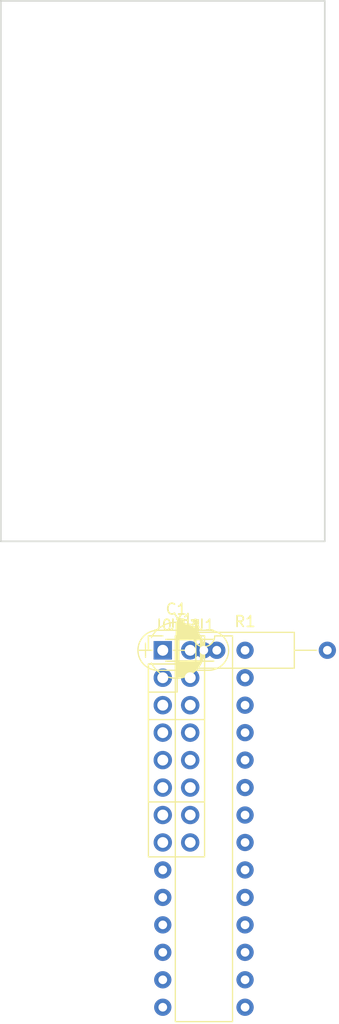
<source format=kicad_pcb>
(kicad_pcb (version 4) (host pcbnew 4.0.7)

  (general
    (links 20)
    (no_connects 14)
    (area 137.084999 96.444999 167.235001 146.595001)
    (thickness 1.6)
    (drawings 4)
    (tracks 0)
    (zones 0)
    (modules 13)
    (nets 9)
  )

  (page A4)
  (layers
    (0 F.Cu signal)
    (31 B.Cu signal)
    (33 F.Adhes user)
    (35 F.Paste user)
    (37 F.SilkS user)
    (39 F.Mask user)
    (40 Dwgs.User user)
    (41 Cmts.User user)
    (42 Eco1.User user)
    (43 Eco2.User user)
    (44 Edge.Cuts user)
    (45 Margin user)
    (47 F.CrtYd user)
    (49 F.Fab user hide)
  )

  (setup
    (last_trace_width 0.25)
    (trace_clearance 0.2)
    (zone_clearance 0.508)
    (zone_45_only yes)
    (trace_min 0.2)
    (segment_width 0.2)
    (edge_width 0.15)
    (via_size 0.6)
    (via_drill 0.4)
    (via_min_size 0.4)
    (via_min_drill 0.3)
    (uvia_size 0.3)
    (uvia_drill 0.1)
    (uvias_allowed no)
    (uvia_min_size 0.2)
    (uvia_min_drill 0.1)
    (pcb_text_width 0.3)
    (pcb_text_size 1.5 1.5)
    (mod_edge_width 0.15)
    (mod_text_size 1 1)
    (mod_text_width 0.15)
    (pad_size 1.524 1.524)
    (pad_drill 0.762)
    (pad_to_mask_clearance 0.2)
    (aux_axis_origin 0 0)
    (grid_origin 137.16 96.52)
    (visible_elements FFFFFF7F)
    (pcbplotparams
      (layerselection 0x00030_80000001)
      (usegerberextensions false)
      (excludeedgelayer true)
      (linewidth 0.100000)
      (plotframeref false)
      (viasonmask false)
      (mode 1)
      (useauxorigin false)
      (hpglpennumber 1)
      (hpglpenspeed 20)
      (hpglpendiameter 15)
      (hpglpenoverlay 2)
      (psnegative false)
      (psa4output false)
      (plotreference true)
      (plotvalue true)
      (plotinvisibletext false)
      (padsonsilk false)
      (subtractmaskfromsilk false)
      (outputformat 1)
      (mirror false)
      (drillshape 1)
      (scaleselection 1)
      (outputdirectory ""))
  )

  (net 0 "")
  (net 1 GND)
  (net 2 +5V)
  (net 3 /D12)
  (net 4 /D13)
  (net 5 /D11)
  (net 6 /RESET)
  (net 7 "Net-(C3-Pad1)")
  (net 8 "Net-(C4-Pad1)")

  (net_class Default 这是默认网络组.
    (clearance 0.2)
    (trace_width 0.25)
    (via_dia 0.6)
    (via_drill 0.4)
    (uvia_dia 0.3)
    (uvia_drill 0.1)
    (add_net +5V)
    (add_net /D11)
    (add_net /D12)
    (add_net /D13)
    (add_net /RESET)
    (add_net GND)
    (add_net "Net-(C3-Pad1)")
    (add_net "Net-(C4-Pad1)")
  )

  (module Capacitors_THT:CP_Radial_D5.0mm_P2.50mm (layer F.Cu) (tedit 597BC7C2) (tstamp 5A100DAE)
    (at 152.16 156.595001)
    (descr "CP, Radial series, Radial, pin pitch=2.50mm, , diameter=5mm, Electrolytic Capacitor")
    (tags "CP Radial series Radial pin pitch 2.50mm  diameter 5mm Electrolytic Capacitor")
    (path /5A0D45DF)
    (fp_text reference C1 (at 1.25 -3.81) (layer F.SilkS)
      (effects (font (size 1 1) (thickness 0.15)))
    )
    (fp_text value 10uF (at 1.25 3.81) (layer F.Fab)
      (effects (font (size 1 1) (thickness 0.15)))
    )
    (fp_arc (start 1.25 0) (end -1.05558 -1.18) (angle 125.8) (layer F.SilkS) (width 0.12))
    (fp_arc (start 1.25 0) (end -1.05558 1.18) (angle -125.8) (layer F.SilkS) (width 0.12))
    (fp_arc (start 1.25 0) (end 3.55558 -1.18) (angle 54.2) (layer F.SilkS) (width 0.12))
    (fp_circle (center 1.25 0) (end 3.75 0) (layer F.Fab) (width 0.1))
    (fp_line (start -2.2 0) (end -1 0) (layer F.Fab) (width 0.1))
    (fp_line (start -1.6 -0.65) (end -1.6 0.65) (layer F.Fab) (width 0.1))
    (fp_line (start 1.25 -2.55) (end 1.25 2.55) (layer F.SilkS) (width 0.12))
    (fp_line (start 1.29 -2.55) (end 1.29 2.55) (layer F.SilkS) (width 0.12))
    (fp_line (start 1.33 -2.549) (end 1.33 2.549) (layer F.SilkS) (width 0.12))
    (fp_line (start 1.37 -2.548) (end 1.37 2.548) (layer F.SilkS) (width 0.12))
    (fp_line (start 1.41 -2.546) (end 1.41 2.546) (layer F.SilkS) (width 0.12))
    (fp_line (start 1.45 -2.543) (end 1.45 2.543) (layer F.SilkS) (width 0.12))
    (fp_line (start 1.49 -2.539) (end 1.49 2.539) (layer F.SilkS) (width 0.12))
    (fp_line (start 1.53 -2.535) (end 1.53 -0.98) (layer F.SilkS) (width 0.12))
    (fp_line (start 1.53 0.98) (end 1.53 2.535) (layer F.SilkS) (width 0.12))
    (fp_line (start 1.57 -2.531) (end 1.57 -0.98) (layer F.SilkS) (width 0.12))
    (fp_line (start 1.57 0.98) (end 1.57 2.531) (layer F.SilkS) (width 0.12))
    (fp_line (start 1.61 -2.525) (end 1.61 -0.98) (layer F.SilkS) (width 0.12))
    (fp_line (start 1.61 0.98) (end 1.61 2.525) (layer F.SilkS) (width 0.12))
    (fp_line (start 1.65 -2.519) (end 1.65 -0.98) (layer F.SilkS) (width 0.12))
    (fp_line (start 1.65 0.98) (end 1.65 2.519) (layer F.SilkS) (width 0.12))
    (fp_line (start 1.69 -2.513) (end 1.69 -0.98) (layer F.SilkS) (width 0.12))
    (fp_line (start 1.69 0.98) (end 1.69 2.513) (layer F.SilkS) (width 0.12))
    (fp_line (start 1.73 -2.506) (end 1.73 -0.98) (layer F.SilkS) (width 0.12))
    (fp_line (start 1.73 0.98) (end 1.73 2.506) (layer F.SilkS) (width 0.12))
    (fp_line (start 1.77 -2.498) (end 1.77 -0.98) (layer F.SilkS) (width 0.12))
    (fp_line (start 1.77 0.98) (end 1.77 2.498) (layer F.SilkS) (width 0.12))
    (fp_line (start 1.81 -2.489) (end 1.81 -0.98) (layer F.SilkS) (width 0.12))
    (fp_line (start 1.81 0.98) (end 1.81 2.489) (layer F.SilkS) (width 0.12))
    (fp_line (start 1.85 -2.48) (end 1.85 -0.98) (layer F.SilkS) (width 0.12))
    (fp_line (start 1.85 0.98) (end 1.85 2.48) (layer F.SilkS) (width 0.12))
    (fp_line (start 1.89 -2.47) (end 1.89 -0.98) (layer F.SilkS) (width 0.12))
    (fp_line (start 1.89 0.98) (end 1.89 2.47) (layer F.SilkS) (width 0.12))
    (fp_line (start 1.93 -2.46) (end 1.93 -0.98) (layer F.SilkS) (width 0.12))
    (fp_line (start 1.93 0.98) (end 1.93 2.46) (layer F.SilkS) (width 0.12))
    (fp_line (start 1.971 -2.448) (end 1.971 -0.98) (layer F.SilkS) (width 0.12))
    (fp_line (start 1.971 0.98) (end 1.971 2.448) (layer F.SilkS) (width 0.12))
    (fp_line (start 2.011 -2.436) (end 2.011 -0.98) (layer F.SilkS) (width 0.12))
    (fp_line (start 2.011 0.98) (end 2.011 2.436) (layer F.SilkS) (width 0.12))
    (fp_line (start 2.051 -2.424) (end 2.051 -0.98) (layer F.SilkS) (width 0.12))
    (fp_line (start 2.051 0.98) (end 2.051 2.424) (layer F.SilkS) (width 0.12))
    (fp_line (start 2.091 -2.41) (end 2.091 -0.98) (layer F.SilkS) (width 0.12))
    (fp_line (start 2.091 0.98) (end 2.091 2.41) (layer F.SilkS) (width 0.12))
    (fp_line (start 2.131 -2.396) (end 2.131 -0.98) (layer F.SilkS) (width 0.12))
    (fp_line (start 2.131 0.98) (end 2.131 2.396) (layer F.SilkS) (width 0.12))
    (fp_line (start 2.171 -2.382) (end 2.171 -0.98) (layer F.SilkS) (width 0.12))
    (fp_line (start 2.171 0.98) (end 2.171 2.382) (layer F.SilkS) (width 0.12))
    (fp_line (start 2.211 -2.366) (end 2.211 -0.98) (layer F.SilkS) (width 0.12))
    (fp_line (start 2.211 0.98) (end 2.211 2.366) (layer F.SilkS) (width 0.12))
    (fp_line (start 2.251 -2.35) (end 2.251 -0.98) (layer F.SilkS) (width 0.12))
    (fp_line (start 2.251 0.98) (end 2.251 2.35) (layer F.SilkS) (width 0.12))
    (fp_line (start 2.291 -2.333) (end 2.291 -0.98) (layer F.SilkS) (width 0.12))
    (fp_line (start 2.291 0.98) (end 2.291 2.333) (layer F.SilkS) (width 0.12))
    (fp_line (start 2.331 -2.315) (end 2.331 -0.98) (layer F.SilkS) (width 0.12))
    (fp_line (start 2.331 0.98) (end 2.331 2.315) (layer F.SilkS) (width 0.12))
    (fp_line (start 2.371 -2.296) (end 2.371 -0.98) (layer F.SilkS) (width 0.12))
    (fp_line (start 2.371 0.98) (end 2.371 2.296) (layer F.SilkS) (width 0.12))
    (fp_line (start 2.411 -2.276) (end 2.411 -0.98) (layer F.SilkS) (width 0.12))
    (fp_line (start 2.411 0.98) (end 2.411 2.276) (layer F.SilkS) (width 0.12))
    (fp_line (start 2.451 -2.256) (end 2.451 -0.98) (layer F.SilkS) (width 0.12))
    (fp_line (start 2.451 0.98) (end 2.451 2.256) (layer F.SilkS) (width 0.12))
    (fp_line (start 2.491 -2.234) (end 2.491 -0.98) (layer F.SilkS) (width 0.12))
    (fp_line (start 2.491 0.98) (end 2.491 2.234) (layer F.SilkS) (width 0.12))
    (fp_line (start 2.531 -2.212) (end 2.531 -0.98) (layer F.SilkS) (width 0.12))
    (fp_line (start 2.531 0.98) (end 2.531 2.212) (layer F.SilkS) (width 0.12))
    (fp_line (start 2.571 -2.189) (end 2.571 -0.98) (layer F.SilkS) (width 0.12))
    (fp_line (start 2.571 0.98) (end 2.571 2.189) (layer F.SilkS) (width 0.12))
    (fp_line (start 2.611 -2.165) (end 2.611 -0.98) (layer F.SilkS) (width 0.12))
    (fp_line (start 2.611 0.98) (end 2.611 2.165) (layer F.SilkS) (width 0.12))
    (fp_line (start 2.651 -2.14) (end 2.651 -0.98) (layer F.SilkS) (width 0.12))
    (fp_line (start 2.651 0.98) (end 2.651 2.14) (layer F.SilkS) (width 0.12))
    (fp_line (start 2.691 -2.113) (end 2.691 -0.98) (layer F.SilkS) (width 0.12))
    (fp_line (start 2.691 0.98) (end 2.691 2.113) (layer F.SilkS) (width 0.12))
    (fp_line (start 2.731 -2.086) (end 2.731 -0.98) (layer F.SilkS) (width 0.12))
    (fp_line (start 2.731 0.98) (end 2.731 2.086) (layer F.SilkS) (width 0.12))
    (fp_line (start 2.771 -2.058) (end 2.771 -0.98) (layer F.SilkS) (width 0.12))
    (fp_line (start 2.771 0.98) (end 2.771 2.058) (layer F.SilkS) (width 0.12))
    (fp_line (start 2.811 -2.028) (end 2.811 -0.98) (layer F.SilkS) (width 0.12))
    (fp_line (start 2.811 0.98) (end 2.811 2.028) (layer F.SilkS) (width 0.12))
    (fp_line (start 2.851 -1.997) (end 2.851 -0.98) (layer F.SilkS) (width 0.12))
    (fp_line (start 2.851 0.98) (end 2.851 1.997) (layer F.SilkS) (width 0.12))
    (fp_line (start 2.891 -1.965) (end 2.891 -0.98) (layer F.SilkS) (width 0.12))
    (fp_line (start 2.891 0.98) (end 2.891 1.965) (layer F.SilkS) (width 0.12))
    (fp_line (start 2.931 -1.932) (end 2.931 -0.98) (layer F.SilkS) (width 0.12))
    (fp_line (start 2.931 0.98) (end 2.931 1.932) (layer F.SilkS) (width 0.12))
    (fp_line (start 2.971 -1.897) (end 2.971 -0.98) (layer F.SilkS) (width 0.12))
    (fp_line (start 2.971 0.98) (end 2.971 1.897) (layer F.SilkS) (width 0.12))
    (fp_line (start 3.011 -1.861) (end 3.011 -0.98) (layer F.SilkS) (width 0.12))
    (fp_line (start 3.011 0.98) (end 3.011 1.861) (layer F.SilkS) (width 0.12))
    (fp_line (start 3.051 -1.823) (end 3.051 -0.98) (layer F.SilkS) (width 0.12))
    (fp_line (start 3.051 0.98) (end 3.051 1.823) (layer F.SilkS) (width 0.12))
    (fp_line (start 3.091 -1.783) (end 3.091 -0.98) (layer F.SilkS) (width 0.12))
    (fp_line (start 3.091 0.98) (end 3.091 1.783) (layer F.SilkS) (width 0.12))
    (fp_line (start 3.131 -1.742) (end 3.131 -0.98) (layer F.SilkS) (width 0.12))
    (fp_line (start 3.131 0.98) (end 3.131 1.742) (layer F.SilkS) (width 0.12))
    (fp_line (start 3.171 -1.699) (end 3.171 -0.98) (layer F.SilkS) (width 0.12))
    (fp_line (start 3.171 0.98) (end 3.171 1.699) (layer F.SilkS) (width 0.12))
    (fp_line (start 3.211 -1.654) (end 3.211 -0.98) (layer F.SilkS) (width 0.12))
    (fp_line (start 3.211 0.98) (end 3.211 1.654) (layer F.SilkS) (width 0.12))
    (fp_line (start 3.251 -1.606) (end 3.251 -0.98) (layer F.SilkS) (width 0.12))
    (fp_line (start 3.251 0.98) (end 3.251 1.606) (layer F.SilkS) (width 0.12))
    (fp_line (start 3.291 -1.556) (end 3.291 -0.98) (layer F.SilkS) (width 0.12))
    (fp_line (start 3.291 0.98) (end 3.291 1.556) (layer F.SilkS) (width 0.12))
    (fp_line (start 3.331 -1.504) (end 3.331 -0.98) (layer F.SilkS) (width 0.12))
    (fp_line (start 3.331 0.98) (end 3.331 1.504) (layer F.SilkS) (width 0.12))
    (fp_line (start 3.371 -1.448) (end 3.371 -0.98) (layer F.SilkS) (width 0.12))
    (fp_line (start 3.371 0.98) (end 3.371 1.448) (layer F.SilkS) (width 0.12))
    (fp_line (start 3.411 -1.39) (end 3.411 -0.98) (layer F.SilkS) (width 0.12))
    (fp_line (start 3.411 0.98) (end 3.411 1.39) (layer F.SilkS) (width 0.12))
    (fp_line (start 3.451 -1.327) (end 3.451 -0.98) (layer F.SilkS) (width 0.12))
    (fp_line (start 3.451 0.98) (end 3.451 1.327) (layer F.SilkS) (width 0.12))
    (fp_line (start 3.491 -1.261) (end 3.491 1.261) (layer F.SilkS) (width 0.12))
    (fp_line (start 3.531 -1.189) (end 3.531 1.189) (layer F.SilkS) (width 0.12))
    (fp_line (start 3.571 -1.112) (end 3.571 1.112) (layer F.SilkS) (width 0.12))
    (fp_line (start 3.611 -1.028) (end 3.611 1.028) (layer F.SilkS) (width 0.12))
    (fp_line (start 3.651 -0.934) (end 3.651 0.934) (layer F.SilkS) (width 0.12))
    (fp_line (start 3.691 -0.829) (end 3.691 0.829) (layer F.SilkS) (width 0.12))
    (fp_line (start 3.731 -0.707) (end 3.731 0.707) (layer F.SilkS) (width 0.12))
    (fp_line (start 3.771 -0.559) (end 3.771 0.559) (layer F.SilkS) (width 0.12))
    (fp_line (start 3.811 -0.354) (end 3.811 0.354) (layer F.SilkS) (width 0.12))
    (fp_line (start -2.2 0) (end -1 0) (layer F.SilkS) (width 0.12))
    (fp_line (start -1.6 -0.65) (end -1.6 0.65) (layer F.SilkS) (width 0.12))
    (fp_line (start -1.6 -2.85) (end -1.6 2.85) (layer F.CrtYd) (width 0.05))
    (fp_line (start -1.6 2.85) (end 4.1 2.85) (layer F.CrtYd) (width 0.05))
    (fp_line (start 4.1 2.85) (end 4.1 -2.85) (layer F.CrtYd) (width 0.05))
    (fp_line (start 4.1 -2.85) (end -1.6 -2.85) (layer F.CrtYd) (width 0.05))
    (fp_text user %R (at 1.25 0) (layer F.Fab)
      (effects (font (size 1 1) (thickness 0.15)))
    )
    (pad 1 thru_hole rect (at 0 0) (size 1.6 1.6) (drill 0.8) (layers *.Cu *.Mask)
      (net 2 +5V))
    (pad 2 thru_hole circle (at 2.5 0) (size 1.6 1.6) (drill 0.8) (layers *.Cu *.Mask)
      (net 1 GND))
    (model ${KISYS3DMOD}/Capacitors_THT.3dshapes/CP_Radial_D5.0mm_P2.50mm.wrl
      (at (xyz 0 0 0))
      (scale (xyz 1 1 1))
      (rotate (xyz 0 0 0))
    )
  )

  (module Capacitors_THT:C_Disc_D4.3mm_W1.9mm_P5.00mm (layer F.Cu) (tedit 597BC7C2) (tstamp 5A100DB4)
    (at 152.16 156.595001)
    (descr "C, Disc series, Radial, pin pitch=5.00mm, , diameter*width=4.3*1.9mm^2, Capacitor, http://www.vishay.com/docs/45233/krseries.pdf")
    (tags "C Disc series Radial pin pitch 5.00mm  diameter 4.3mm width 1.9mm Capacitor")
    (path /5A0D6652)
    (fp_text reference C2 (at 2.5 -2.26) (layer F.SilkS)
      (effects (font (size 1 1) (thickness 0.15)))
    )
    (fp_text value 10pF (at 2.5 2.26) (layer F.Fab)
      (effects (font (size 1 1) (thickness 0.15)))
    )
    (fp_line (start 0.35 -0.95) (end 0.35 0.95) (layer F.Fab) (width 0.1))
    (fp_line (start 0.35 0.95) (end 4.65 0.95) (layer F.Fab) (width 0.1))
    (fp_line (start 4.65 0.95) (end 4.65 -0.95) (layer F.Fab) (width 0.1))
    (fp_line (start 4.65 -0.95) (end 0.35 -0.95) (layer F.Fab) (width 0.1))
    (fp_line (start 0.29 -1.01) (end 4.71 -1.01) (layer F.SilkS) (width 0.12))
    (fp_line (start 0.29 1.01) (end 4.71 1.01) (layer F.SilkS) (width 0.12))
    (fp_line (start 0.29 -1.01) (end 0.29 -0.996) (layer F.SilkS) (width 0.12))
    (fp_line (start 0.29 0.996) (end 0.29 1.01) (layer F.SilkS) (width 0.12))
    (fp_line (start 4.71 -1.01) (end 4.71 -0.996) (layer F.SilkS) (width 0.12))
    (fp_line (start 4.71 0.996) (end 4.71 1.01) (layer F.SilkS) (width 0.12))
    (fp_line (start -1.05 -1.3) (end -1.05 1.3) (layer F.CrtYd) (width 0.05))
    (fp_line (start -1.05 1.3) (end 6.05 1.3) (layer F.CrtYd) (width 0.05))
    (fp_line (start 6.05 1.3) (end 6.05 -1.3) (layer F.CrtYd) (width 0.05))
    (fp_line (start 6.05 -1.3) (end -1.05 -1.3) (layer F.CrtYd) (width 0.05))
    (fp_text user %R (at 2.5 0) (layer F.Fab)
      (effects (font (size 1 1) (thickness 0.15)))
    )
    (pad 1 thru_hole circle (at 0 0) (size 1.6 1.6) (drill 0.8) (layers *.Cu *.Mask)
      (net 2 +5V))
    (pad 2 thru_hole circle (at 5 0) (size 1.6 1.6) (drill 0.8) (layers *.Cu *.Mask)
      (net 1 GND))
    (model ${KISYS3DMOD}/Capacitors_THT.3dshapes/C_Disc_D4.3mm_W1.9mm_P5.00mm.wrl
      (at (xyz 0 0 0))
      (scale (xyz 1 1 1))
      (rotate (xyz 0 0 0))
    )
  )

  (module Capacitors_THT:C_Disc_D4.3mm_W1.9mm_P5.00mm (layer F.Cu) (tedit 597BC7C2) (tstamp 5A100DBA)
    (at 152.16 156.595001)
    (descr "C, Disc series, Radial, pin pitch=5.00mm, , diameter*width=4.3*1.9mm^2, Capacitor, http://www.vishay.com/docs/45233/krseries.pdf")
    (tags "C Disc series Radial pin pitch 5.00mm  diameter 4.3mm width 1.9mm Capacitor")
    (path /5A0D5C96)
    (fp_text reference C3 (at 2.5 -2.26) (layer F.SilkS)
      (effects (font (size 1 1) (thickness 0.15)))
    )
    (fp_text value 22pF (at 2.5 2.26) (layer F.Fab)
      (effects (font (size 1 1) (thickness 0.15)))
    )
    (fp_line (start 0.35 -0.95) (end 0.35 0.95) (layer F.Fab) (width 0.1))
    (fp_line (start 0.35 0.95) (end 4.65 0.95) (layer F.Fab) (width 0.1))
    (fp_line (start 4.65 0.95) (end 4.65 -0.95) (layer F.Fab) (width 0.1))
    (fp_line (start 4.65 -0.95) (end 0.35 -0.95) (layer F.Fab) (width 0.1))
    (fp_line (start 0.29 -1.01) (end 4.71 -1.01) (layer F.SilkS) (width 0.12))
    (fp_line (start 0.29 1.01) (end 4.71 1.01) (layer F.SilkS) (width 0.12))
    (fp_line (start 0.29 -1.01) (end 0.29 -0.996) (layer F.SilkS) (width 0.12))
    (fp_line (start 0.29 0.996) (end 0.29 1.01) (layer F.SilkS) (width 0.12))
    (fp_line (start 4.71 -1.01) (end 4.71 -0.996) (layer F.SilkS) (width 0.12))
    (fp_line (start 4.71 0.996) (end 4.71 1.01) (layer F.SilkS) (width 0.12))
    (fp_line (start -1.05 -1.3) (end -1.05 1.3) (layer F.CrtYd) (width 0.05))
    (fp_line (start -1.05 1.3) (end 6.05 1.3) (layer F.CrtYd) (width 0.05))
    (fp_line (start 6.05 1.3) (end 6.05 -1.3) (layer F.CrtYd) (width 0.05))
    (fp_line (start 6.05 -1.3) (end -1.05 -1.3) (layer F.CrtYd) (width 0.05))
    (fp_text user %R (at 2.5 0) (layer F.Fab)
      (effects (font (size 1 1) (thickness 0.15)))
    )
    (pad 1 thru_hole circle (at 0 0) (size 1.6 1.6) (drill 0.8) (layers *.Cu *.Mask)
      (net 7 "Net-(C3-Pad1)"))
    (pad 2 thru_hole circle (at 5 0) (size 1.6 1.6) (drill 0.8) (layers *.Cu *.Mask)
      (net 1 GND))
    (model ${KISYS3DMOD}/Capacitors_THT.3dshapes/C_Disc_D4.3mm_W1.9mm_P5.00mm.wrl
      (at (xyz 0 0 0))
      (scale (xyz 1 1 1))
      (rotate (xyz 0 0 0))
    )
  )

  (module Capacitors_THT:C_Disc_D4.3mm_W1.9mm_P5.00mm (layer F.Cu) (tedit 597BC7C2) (tstamp 5A100DC0)
    (at 152.16 156.595001)
    (descr "C, Disc series, Radial, pin pitch=5.00mm, , diameter*width=4.3*1.9mm^2, Capacitor, http://www.vishay.com/docs/45233/krseries.pdf")
    (tags "C Disc series Radial pin pitch 5.00mm  diameter 4.3mm width 1.9mm Capacitor")
    (path /5A0D5CE8)
    (fp_text reference C4 (at 2.5 -2.26) (layer F.SilkS)
      (effects (font (size 1 1) (thickness 0.15)))
    )
    (fp_text value 22pF (at 2.5 2.26) (layer F.Fab)
      (effects (font (size 1 1) (thickness 0.15)))
    )
    (fp_line (start 0.35 -0.95) (end 0.35 0.95) (layer F.Fab) (width 0.1))
    (fp_line (start 0.35 0.95) (end 4.65 0.95) (layer F.Fab) (width 0.1))
    (fp_line (start 4.65 0.95) (end 4.65 -0.95) (layer F.Fab) (width 0.1))
    (fp_line (start 4.65 -0.95) (end 0.35 -0.95) (layer F.Fab) (width 0.1))
    (fp_line (start 0.29 -1.01) (end 4.71 -1.01) (layer F.SilkS) (width 0.12))
    (fp_line (start 0.29 1.01) (end 4.71 1.01) (layer F.SilkS) (width 0.12))
    (fp_line (start 0.29 -1.01) (end 0.29 -0.996) (layer F.SilkS) (width 0.12))
    (fp_line (start 0.29 0.996) (end 0.29 1.01) (layer F.SilkS) (width 0.12))
    (fp_line (start 4.71 -1.01) (end 4.71 -0.996) (layer F.SilkS) (width 0.12))
    (fp_line (start 4.71 0.996) (end 4.71 1.01) (layer F.SilkS) (width 0.12))
    (fp_line (start -1.05 -1.3) (end -1.05 1.3) (layer F.CrtYd) (width 0.05))
    (fp_line (start -1.05 1.3) (end 6.05 1.3) (layer F.CrtYd) (width 0.05))
    (fp_line (start 6.05 1.3) (end 6.05 -1.3) (layer F.CrtYd) (width 0.05))
    (fp_line (start 6.05 -1.3) (end -1.05 -1.3) (layer F.CrtYd) (width 0.05))
    (fp_text user %R (at 2.5 0) (layer F.Fab)
      (effects (font (size 1 1) (thickness 0.15)))
    )
    (pad 1 thru_hole circle (at 0 0) (size 1.6 1.6) (drill 0.8) (layers *.Cu *.Mask)
      (net 8 "Net-(C4-Pad1)"))
    (pad 2 thru_hole circle (at 5 0) (size 1.6 1.6) (drill 0.8) (layers *.Cu *.Mask)
      (net 1 GND))
    (model ${KISYS3DMOD}/Capacitors_THT.3dshapes/C_Disc_D4.3mm_W1.9mm_P5.00mm.wrl
      (at (xyz 0 0 0))
      (scale (xyz 1 1 1))
      (rotate (xyz 0 0 0))
    )
  )

  (module Pin_Headers:Pin_Header_Straight_1x02_Pitch2.54mm (layer F.Cu) (tedit 59650532) (tstamp 5A100DC6)
    (at 152.16 156.595001)
    (descr "Through hole straight pin header, 1x02, 2.54mm pitch, single row")
    (tags "Through hole pin header THT 1x02 2.54mm single row")
    (path /5A0FCD32)
    (fp_text reference J0 (at 0 -2.33) (layer F.SilkS)
      (effects (font (size 1 1) (thickness 0.15)))
    )
    (fp_text value Conn_01x02 (at 0 4.87) (layer F.Fab)
      (effects (font (size 1 1) (thickness 0.15)))
    )
    (fp_line (start -0.635 -1.27) (end 1.27 -1.27) (layer F.Fab) (width 0.1))
    (fp_line (start 1.27 -1.27) (end 1.27 3.81) (layer F.Fab) (width 0.1))
    (fp_line (start 1.27 3.81) (end -1.27 3.81) (layer F.Fab) (width 0.1))
    (fp_line (start -1.27 3.81) (end -1.27 -0.635) (layer F.Fab) (width 0.1))
    (fp_line (start -1.27 -0.635) (end -0.635 -1.27) (layer F.Fab) (width 0.1))
    (fp_line (start -1.33 3.87) (end 1.33 3.87) (layer F.SilkS) (width 0.12))
    (fp_line (start -1.33 1.27) (end -1.33 3.87) (layer F.SilkS) (width 0.12))
    (fp_line (start 1.33 1.27) (end 1.33 3.87) (layer F.SilkS) (width 0.12))
    (fp_line (start -1.33 1.27) (end 1.33 1.27) (layer F.SilkS) (width 0.12))
    (fp_line (start -1.33 0) (end -1.33 -1.33) (layer F.SilkS) (width 0.12))
    (fp_line (start -1.33 -1.33) (end 0 -1.33) (layer F.SilkS) (width 0.12))
    (fp_line (start -1.8 -1.8) (end -1.8 4.35) (layer F.CrtYd) (width 0.05))
    (fp_line (start -1.8 4.35) (end 1.8 4.35) (layer F.CrtYd) (width 0.05))
    (fp_line (start 1.8 4.35) (end 1.8 -1.8) (layer F.CrtYd) (width 0.05))
    (fp_line (start 1.8 -1.8) (end -1.8 -1.8) (layer F.CrtYd) (width 0.05))
    (fp_text user %R (at 0 1.27 90) (layer F.Fab)
      (effects (font (size 1 1) (thickness 0.15)))
    )
    (pad 1 thru_hole rect (at 0 0) (size 1.7 1.7) (drill 1) (layers *.Cu *.Mask)
      (net 2 +5V))
    (pad 2 thru_hole oval (at 0 2.54) (size 1.7 1.7) (drill 1) (layers *.Cu *.Mask)
      (net 1 GND))
    (model ${KISYS3DMOD}/Pin_Headers.3dshapes/Pin_Header_Straight_1x02_Pitch2.54mm.wrl
      (at (xyz 0 0 0))
      (scale (xyz 1 1 1))
      (rotate (xyz 0 0 0))
    )
  )

  (module Pin_Headers:Pin_Header_Straight_2x03_Pitch2.54mm (layer F.Cu) (tedit 59650532) (tstamp 5A100DD0)
    (at 152.16 156.595001)
    (descr "Through hole straight pin header, 2x03, 2.54mm pitch, double rows")
    (tags "Through hole pin header THT 2x03 2.54mm double row")
    (path /5A0D5936)
    (fp_text reference J1 (at 1.27 -2.33) (layer F.SilkS)
      (effects (font (size 1 1) (thickness 0.15)))
    )
    (fp_text value ISP (at 1.27 7.41) (layer F.Fab)
      (effects (font (size 1 1) (thickness 0.15)))
    )
    (fp_line (start 0 -1.27) (end 3.81 -1.27) (layer F.Fab) (width 0.1))
    (fp_line (start 3.81 -1.27) (end 3.81 6.35) (layer F.Fab) (width 0.1))
    (fp_line (start 3.81 6.35) (end -1.27 6.35) (layer F.Fab) (width 0.1))
    (fp_line (start -1.27 6.35) (end -1.27 0) (layer F.Fab) (width 0.1))
    (fp_line (start -1.27 0) (end 0 -1.27) (layer F.Fab) (width 0.1))
    (fp_line (start -1.33 6.41) (end 3.87 6.41) (layer F.SilkS) (width 0.12))
    (fp_line (start -1.33 1.27) (end -1.33 6.41) (layer F.SilkS) (width 0.12))
    (fp_line (start 3.87 -1.33) (end 3.87 6.41) (layer F.SilkS) (width 0.12))
    (fp_line (start -1.33 1.27) (end 1.27 1.27) (layer F.SilkS) (width 0.12))
    (fp_line (start 1.27 1.27) (end 1.27 -1.33) (layer F.SilkS) (width 0.12))
    (fp_line (start 1.27 -1.33) (end 3.87 -1.33) (layer F.SilkS) (width 0.12))
    (fp_line (start -1.33 0) (end -1.33 -1.33) (layer F.SilkS) (width 0.12))
    (fp_line (start -1.33 -1.33) (end 0 -1.33) (layer F.SilkS) (width 0.12))
    (fp_line (start -1.8 -1.8) (end -1.8 6.85) (layer F.CrtYd) (width 0.05))
    (fp_line (start -1.8 6.85) (end 4.35 6.85) (layer F.CrtYd) (width 0.05))
    (fp_line (start 4.35 6.85) (end 4.35 -1.8) (layer F.CrtYd) (width 0.05))
    (fp_line (start 4.35 -1.8) (end -1.8 -1.8) (layer F.CrtYd) (width 0.05))
    (fp_text user %R (at 1.27 2.54 90) (layer F.Fab)
      (effects (font (size 1 1) (thickness 0.15)))
    )
    (pad 1 thru_hole rect (at 0 0) (size 1.7 1.7) (drill 1) (layers *.Cu *.Mask)
      (net 3 /D12))
    (pad 2 thru_hole oval (at 2.54 0) (size 1.7 1.7) (drill 1) (layers *.Cu *.Mask)
      (net 2 +5V))
    (pad 3 thru_hole oval (at 0 2.54) (size 1.7 1.7) (drill 1) (layers *.Cu *.Mask)
      (net 4 /D13))
    (pad 4 thru_hole oval (at 2.54 2.54) (size 1.7 1.7) (drill 1) (layers *.Cu *.Mask)
      (net 5 /D11))
    (pad 5 thru_hole oval (at 0 5.08) (size 1.7 1.7) (drill 1) (layers *.Cu *.Mask)
      (net 6 /RESET))
    (pad 6 thru_hole oval (at 2.54 5.08) (size 1.7 1.7) (drill 1) (layers *.Cu *.Mask)
      (net 1 GND))
    (model ${KISYS3DMOD}/Pin_Headers.3dshapes/Pin_Header_Straight_2x03_Pitch2.54mm.wrl
      (at (xyz 0 0 0))
      (scale (xyz 1 1 1))
      (rotate (xyz 0 0 0))
    )
  )

  (module Pin_Headers:Pin_Header_Straight_2x03_Pitch2.54mm (layer F.Cu) (tedit 59650532) (tstamp 5A100DDA)
    (at 152.16 156.595001)
    (descr "Through hole straight pin header, 2x03, 2.54mm pitch, double rows")
    (tags "Through hole pin header THT 2x03 2.54mm double row")
    (path /5A0FBE6D)
    (fp_text reference J2 (at 1.27 -2.33) (layer F.SilkS)
      (effects (font (size 1 1) (thickness 0.15)))
    )
    (fp_text value ANA (at 1.27 7.41) (layer F.Fab)
      (effects (font (size 1 1) (thickness 0.15)))
    )
    (fp_line (start 0 -1.27) (end 3.81 -1.27) (layer F.Fab) (width 0.1))
    (fp_line (start 3.81 -1.27) (end 3.81 6.35) (layer F.Fab) (width 0.1))
    (fp_line (start 3.81 6.35) (end -1.27 6.35) (layer F.Fab) (width 0.1))
    (fp_line (start -1.27 6.35) (end -1.27 0) (layer F.Fab) (width 0.1))
    (fp_line (start -1.27 0) (end 0 -1.27) (layer F.Fab) (width 0.1))
    (fp_line (start -1.33 6.41) (end 3.87 6.41) (layer F.SilkS) (width 0.12))
    (fp_line (start -1.33 1.27) (end -1.33 6.41) (layer F.SilkS) (width 0.12))
    (fp_line (start 3.87 -1.33) (end 3.87 6.41) (layer F.SilkS) (width 0.12))
    (fp_line (start -1.33 1.27) (end 1.27 1.27) (layer F.SilkS) (width 0.12))
    (fp_line (start 1.27 1.27) (end 1.27 -1.33) (layer F.SilkS) (width 0.12))
    (fp_line (start 1.27 -1.33) (end 3.87 -1.33) (layer F.SilkS) (width 0.12))
    (fp_line (start -1.33 0) (end -1.33 -1.33) (layer F.SilkS) (width 0.12))
    (fp_line (start -1.33 -1.33) (end 0 -1.33) (layer F.SilkS) (width 0.12))
    (fp_line (start -1.8 -1.8) (end -1.8 6.85) (layer F.CrtYd) (width 0.05))
    (fp_line (start -1.8 6.85) (end 4.35 6.85) (layer F.CrtYd) (width 0.05))
    (fp_line (start 4.35 6.85) (end 4.35 -1.8) (layer F.CrtYd) (width 0.05))
    (fp_line (start 4.35 -1.8) (end -1.8 -1.8) (layer F.CrtYd) (width 0.05))
    (fp_text user %R (at 1.27 2.54 90) (layer F.Fab)
      (effects (font (size 1 1) (thickness 0.15)))
    )
    (pad 1 thru_hole rect (at 0 0) (size 1.7 1.7) (drill 1) (layers *.Cu *.Mask))
    (pad 2 thru_hole oval (at 2.54 0) (size 1.7 1.7) (drill 1) (layers *.Cu *.Mask))
    (pad 3 thru_hole oval (at 0 2.54) (size 1.7 1.7) (drill 1) (layers *.Cu *.Mask))
    (pad 4 thru_hole oval (at 2.54 2.54) (size 1.7 1.7) (drill 1) (layers *.Cu *.Mask))
    (pad 5 thru_hole oval (at 0 5.08) (size 1.7 1.7) (drill 1) (layers *.Cu *.Mask))
    (pad 6 thru_hole oval (at 2.54 5.08) (size 1.7 1.7) (drill 1) (layers *.Cu *.Mask))
    (model ${KISYS3DMOD}/Pin_Headers.3dshapes/Pin_Header_Straight_2x03_Pitch2.54mm.wrl
      (at (xyz 0 0 0))
      (scale (xyz 1 1 1))
      (rotate (xyz 0 0 0))
    )
  )

  (module Pin_Headers:Pin_Header_Straight_2x06_Pitch2.54mm (layer F.Cu) (tedit 59650532) (tstamp 5A100DEA)
    (at 152.16 156.595001)
    (descr "Through hole straight pin header, 2x06, 2.54mm pitch, double rows")
    (tags "Through hole pin header THT 2x06 2.54mm double row")
    (path /5A0FD509)
    (fp_text reference J3 (at 1.27 -2.33) (layer F.SilkS)
      (effects (font (size 1 1) (thickness 0.15)))
    )
    (fp_text value D8-13 (at 1.27 15.03) (layer F.Fab)
      (effects (font (size 1 1) (thickness 0.15)))
    )
    (fp_line (start 0 -1.27) (end 3.81 -1.27) (layer F.Fab) (width 0.1))
    (fp_line (start 3.81 -1.27) (end 3.81 13.97) (layer F.Fab) (width 0.1))
    (fp_line (start 3.81 13.97) (end -1.27 13.97) (layer F.Fab) (width 0.1))
    (fp_line (start -1.27 13.97) (end -1.27 0) (layer F.Fab) (width 0.1))
    (fp_line (start -1.27 0) (end 0 -1.27) (layer F.Fab) (width 0.1))
    (fp_line (start -1.33 14.03) (end 3.87 14.03) (layer F.SilkS) (width 0.12))
    (fp_line (start -1.33 1.27) (end -1.33 14.03) (layer F.SilkS) (width 0.12))
    (fp_line (start 3.87 -1.33) (end 3.87 14.03) (layer F.SilkS) (width 0.12))
    (fp_line (start -1.33 1.27) (end 1.27 1.27) (layer F.SilkS) (width 0.12))
    (fp_line (start 1.27 1.27) (end 1.27 -1.33) (layer F.SilkS) (width 0.12))
    (fp_line (start 1.27 -1.33) (end 3.87 -1.33) (layer F.SilkS) (width 0.12))
    (fp_line (start -1.33 0) (end -1.33 -1.33) (layer F.SilkS) (width 0.12))
    (fp_line (start -1.33 -1.33) (end 0 -1.33) (layer F.SilkS) (width 0.12))
    (fp_line (start -1.8 -1.8) (end -1.8 14.5) (layer F.CrtYd) (width 0.05))
    (fp_line (start -1.8 14.5) (end 4.35 14.5) (layer F.CrtYd) (width 0.05))
    (fp_line (start 4.35 14.5) (end 4.35 -1.8) (layer F.CrtYd) (width 0.05))
    (fp_line (start 4.35 -1.8) (end -1.8 -1.8) (layer F.CrtYd) (width 0.05))
    (fp_text user %R (at 1.27 6.35 90) (layer F.Fab)
      (effects (font (size 1 1) (thickness 0.15)))
    )
    (pad 1 thru_hole rect (at 0 0) (size 1.7 1.7) (drill 1) (layers *.Cu *.Mask))
    (pad 2 thru_hole oval (at 2.54 0) (size 1.7 1.7) (drill 1) (layers *.Cu *.Mask))
    (pad 3 thru_hole oval (at 0 2.54) (size 1.7 1.7) (drill 1) (layers *.Cu *.Mask))
    (pad 4 thru_hole oval (at 2.54 2.54) (size 1.7 1.7) (drill 1) (layers *.Cu *.Mask))
    (pad 5 thru_hole oval (at 0 5.08) (size 1.7 1.7) (drill 1) (layers *.Cu *.Mask))
    (pad 6 thru_hole oval (at 2.54 5.08) (size 1.7 1.7) (drill 1) (layers *.Cu *.Mask))
    (pad 7 thru_hole oval (at 0 7.62) (size 1.7 1.7) (drill 1) (layers *.Cu *.Mask))
    (pad 8 thru_hole oval (at 2.54 7.62) (size 1.7 1.7) (drill 1) (layers *.Cu *.Mask))
    (pad 9 thru_hole oval (at 0 10.16) (size 1.7 1.7) (drill 1) (layers *.Cu *.Mask))
    (pad 10 thru_hole oval (at 2.54 10.16) (size 1.7 1.7) (drill 1) (layers *.Cu *.Mask))
    (pad 11 thru_hole oval (at 0 12.7) (size 1.7 1.7) (drill 1) (layers *.Cu *.Mask))
    (pad 12 thru_hole oval (at 2.54 12.7) (size 1.7 1.7) (drill 1) (layers *.Cu *.Mask))
    (model ${KISYS3DMOD}/Pin_Headers.3dshapes/Pin_Header_Straight_2x06_Pitch2.54mm.wrl
      (at (xyz 0 0 0))
      (scale (xyz 1 1 1))
      (rotate (xyz 0 0 0))
    )
  )

  (module Pin_Headers:Pin_Header_Straight_2x06_Pitch2.54mm (layer F.Cu) (tedit 59650532) (tstamp 5A100DFA)
    (at 152.16 156.595001)
    (descr "Through hole straight pin header, 2x06, 2.54mm pitch, double rows")
    (tags "Through hole pin header THT 2x06 2.54mm double row")
    (path /5A0FD558)
    (fp_text reference J4 (at 1.27 -2.33) (layer F.SilkS)
      (effects (font (size 1 1) (thickness 0.15)))
    )
    (fp_text value A0-5 (at 1.27 15.03) (layer F.Fab)
      (effects (font (size 1 1) (thickness 0.15)))
    )
    (fp_line (start 0 -1.27) (end 3.81 -1.27) (layer F.Fab) (width 0.1))
    (fp_line (start 3.81 -1.27) (end 3.81 13.97) (layer F.Fab) (width 0.1))
    (fp_line (start 3.81 13.97) (end -1.27 13.97) (layer F.Fab) (width 0.1))
    (fp_line (start -1.27 13.97) (end -1.27 0) (layer F.Fab) (width 0.1))
    (fp_line (start -1.27 0) (end 0 -1.27) (layer F.Fab) (width 0.1))
    (fp_line (start -1.33 14.03) (end 3.87 14.03) (layer F.SilkS) (width 0.12))
    (fp_line (start -1.33 1.27) (end -1.33 14.03) (layer F.SilkS) (width 0.12))
    (fp_line (start 3.87 -1.33) (end 3.87 14.03) (layer F.SilkS) (width 0.12))
    (fp_line (start -1.33 1.27) (end 1.27 1.27) (layer F.SilkS) (width 0.12))
    (fp_line (start 1.27 1.27) (end 1.27 -1.33) (layer F.SilkS) (width 0.12))
    (fp_line (start 1.27 -1.33) (end 3.87 -1.33) (layer F.SilkS) (width 0.12))
    (fp_line (start -1.33 0) (end -1.33 -1.33) (layer F.SilkS) (width 0.12))
    (fp_line (start -1.33 -1.33) (end 0 -1.33) (layer F.SilkS) (width 0.12))
    (fp_line (start -1.8 -1.8) (end -1.8 14.5) (layer F.CrtYd) (width 0.05))
    (fp_line (start -1.8 14.5) (end 4.35 14.5) (layer F.CrtYd) (width 0.05))
    (fp_line (start 4.35 14.5) (end 4.35 -1.8) (layer F.CrtYd) (width 0.05))
    (fp_line (start 4.35 -1.8) (end -1.8 -1.8) (layer F.CrtYd) (width 0.05))
    (fp_text user %R (at 1.27 6.35 90) (layer F.Fab)
      (effects (font (size 1 1) (thickness 0.15)))
    )
    (pad 1 thru_hole rect (at 0 0) (size 1.7 1.7) (drill 1) (layers *.Cu *.Mask))
    (pad 2 thru_hole oval (at 2.54 0) (size 1.7 1.7) (drill 1) (layers *.Cu *.Mask))
    (pad 3 thru_hole oval (at 0 2.54) (size 1.7 1.7) (drill 1) (layers *.Cu *.Mask))
    (pad 4 thru_hole oval (at 2.54 2.54) (size 1.7 1.7) (drill 1) (layers *.Cu *.Mask))
    (pad 5 thru_hole oval (at 0 5.08) (size 1.7 1.7) (drill 1) (layers *.Cu *.Mask))
    (pad 6 thru_hole oval (at 2.54 5.08) (size 1.7 1.7) (drill 1) (layers *.Cu *.Mask))
    (pad 7 thru_hole oval (at 0 7.62) (size 1.7 1.7) (drill 1) (layers *.Cu *.Mask))
    (pad 8 thru_hole oval (at 2.54 7.62) (size 1.7 1.7) (drill 1) (layers *.Cu *.Mask))
    (pad 9 thru_hole oval (at 0 10.16) (size 1.7 1.7) (drill 1) (layers *.Cu *.Mask))
    (pad 10 thru_hole oval (at 2.54 10.16) (size 1.7 1.7) (drill 1) (layers *.Cu *.Mask))
    (pad 11 thru_hole oval (at 0 12.7) (size 1.7 1.7) (drill 1) (layers *.Cu *.Mask))
    (pad 12 thru_hole oval (at 2.54 12.7) (size 1.7 1.7) (drill 1) (layers *.Cu *.Mask))
    (model ${KISYS3DMOD}/Pin_Headers.3dshapes/Pin_Header_Straight_2x06_Pitch2.54mm.wrl
      (at (xyz 0 0 0))
      (scale (xyz 1 1 1))
      (rotate (xyz 0 0 0))
    )
  )

  (module Pin_Headers:Pin_Header_Straight_2x08_Pitch2.54mm (layer F.Cu) (tedit 59650532) (tstamp 5A100E0E)
    (at 152.16 156.595001)
    (descr "Through hole straight pin header, 2x08, 2.54mm pitch, double rows")
    (tags "Through hole pin header THT 2x08 2.54mm double row")
    (path /5A0FD45F)
    (fp_text reference J5 (at 1.27 -2.33) (layer F.SilkS)
      (effects (font (size 1 1) (thickness 0.15)))
    )
    (fp_text value D0-7 (at 1.27 20.11) (layer F.Fab)
      (effects (font (size 1 1) (thickness 0.15)))
    )
    (fp_line (start 0 -1.27) (end 3.81 -1.27) (layer F.Fab) (width 0.1))
    (fp_line (start 3.81 -1.27) (end 3.81 19.05) (layer F.Fab) (width 0.1))
    (fp_line (start 3.81 19.05) (end -1.27 19.05) (layer F.Fab) (width 0.1))
    (fp_line (start -1.27 19.05) (end -1.27 0) (layer F.Fab) (width 0.1))
    (fp_line (start -1.27 0) (end 0 -1.27) (layer F.Fab) (width 0.1))
    (fp_line (start -1.33 19.11) (end 3.87 19.11) (layer F.SilkS) (width 0.12))
    (fp_line (start -1.33 1.27) (end -1.33 19.11) (layer F.SilkS) (width 0.12))
    (fp_line (start 3.87 -1.33) (end 3.87 19.11) (layer F.SilkS) (width 0.12))
    (fp_line (start -1.33 1.27) (end 1.27 1.27) (layer F.SilkS) (width 0.12))
    (fp_line (start 1.27 1.27) (end 1.27 -1.33) (layer F.SilkS) (width 0.12))
    (fp_line (start 1.27 -1.33) (end 3.87 -1.33) (layer F.SilkS) (width 0.12))
    (fp_line (start -1.33 0) (end -1.33 -1.33) (layer F.SilkS) (width 0.12))
    (fp_line (start -1.33 -1.33) (end 0 -1.33) (layer F.SilkS) (width 0.12))
    (fp_line (start -1.8 -1.8) (end -1.8 19.55) (layer F.CrtYd) (width 0.05))
    (fp_line (start -1.8 19.55) (end 4.35 19.55) (layer F.CrtYd) (width 0.05))
    (fp_line (start 4.35 19.55) (end 4.35 -1.8) (layer F.CrtYd) (width 0.05))
    (fp_line (start 4.35 -1.8) (end -1.8 -1.8) (layer F.CrtYd) (width 0.05))
    (fp_text user %R (at 1.27 8.89 90) (layer F.Fab)
      (effects (font (size 1 1) (thickness 0.15)))
    )
    (pad 1 thru_hole rect (at 0 0) (size 1.7 1.7) (drill 1) (layers *.Cu *.Mask))
    (pad 2 thru_hole oval (at 2.54 0) (size 1.7 1.7) (drill 1) (layers *.Cu *.Mask))
    (pad 3 thru_hole oval (at 0 2.54) (size 1.7 1.7) (drill 1) (layers *.Cu *.Mask))
    (pad 4 thru_hole oval (at 2.54 2.54) (size 1.7 1.7) (drill 1) (layers *.Cu *.Mask))
    (pad 5 thru_hole oval (at 0 5.08) (size 1.7 1.7) (drill 1) (layers *.Cu *.Mask))
    (pad 6 thru_hole oval (at 2.54 5.08) (size 1.7 1.7) (drill 1) (layers *.Cu *.Mask))
    (pad 7 thru_hole oval (at 0 7.62) (size 1.7 1.7) (drill 1) (layers *.Cu *.Mask))
    (pad 8 thru_hole oval (at 2.54 7.62) (size 1.7 1.7) (drill 1) (layers *.Cu *.Mask))
    (pad 9 thru_hole oval (at 0 10.16) (size 1.7 1.7) (drill 1) (layers *.Cu *.Mask))
    (pad 10 thru_hole oval (at 2.54 10.16) (size 1.7 1.7) (drill 1) (layers *.Cu *.Mask))
    (pad 11 thru_hole oval (at 0 12.7) (size 1.7 1.7) (drill 1) (layers *.Cu *.Mask))
    (pad 12 thru_hole oval (at 2.54 12.7) (size 1.7 1.7) (drill 1) (layers *.Cu *.Mask))
    (pad 13 thru_hole oval (at 0 15.24) (size 1.7 1.7) (drill 1) (layers *.Cu *.Mask))
    (pad 14 thru_hole oval (at 2.54 15.24) (size 1.7 1.7) (drill 1) (layers *.Cu *.Mask))
    (pad 15 thru_hole oval (at 0 17.78) (size 1.7 1.7) (drill 1) (layers *.Cu *.Mask))
    (pad 16 thru_hole oval (at 2.54 17.78) (size 1.7 1.7) (drill 1) (layers *.Cu *.Mask))
    (model ${KISYS3DMOD}/Pin_Headers.3dshapes/Pin_Header_Straight_2x08_Pitch2.54mm.wrl
      (at (xyz 0 0 0))
      (scale (xyz 1 1 1))
      (rotate (xyz 0 0 0))
    )
  )

  (module Resistors_THT:R_Axial_DIN0309_L9.0mm_D3.2mm_P15.24mm_Horizontal (layer F.Cu) (tedit 5874F706) (tstamp 5A100E14)
    (at 152.16 156.595001)
    (descr "Resistor, Axial_DIN0309 series, Axial, Horizontal, pin pitch=15.24mm, 0.5W = 1/2W, length*diameter=9*3.2mm^2, http://cdn-reichelt.de/documents/datenblatt/B400/1_4W%23YAG.pdf")
    (tags "Resistor Axial_DIN0309 series Axial Horizontal pin pitch 15.24mm 0.5W = 1/2W length 9mm diameter 3.2mm")
    (path /5A0D46CB)
    (fp_text reference R1 (at 7.62 -2.66) (layer F.SilkS)
      (effects (font (size 1 1) (thickness 0.15)))
    )
    (fp_text value 10k (at 7.62 2.66) (layer F.Fab)
      (effects (font (size 1 1) (thickness 0.15)))
    )
    (fp_line (start 3.12 -1.6) (end 3.12 1.6) (layer F.Fab) (width 0.1))
    (fp_line (start 3.12 1.6) (end 12.12 1.6) (layer F.Fab) (width 0.1))
    (fp_line (start 12.12 1.6) (end 12.12 -1.6) (layer F.Fab) (width 0.1))
    (fp_line (start 12.12 -1.6) (end 3.12 -1.6) (layer F.Fab) (width 0.1))
    (fp_line (start 0 0) (end 3.12 0) (layer F.Fab) (width 0.1))
    (fp_line (start 15.24 0) (end 12.12 0) (layer F.Fab) (width 0.1))
    (fp_line (start 3.06 -1.66) (end 3.06 1.66) (layer F.SilkS) (width 0.12))
    (fp_line (start 3.06 1.66) (end 12.18 1.66) (layer F.SilkS) (width 0.12))
    (fp_line (start 12.18 1.66) (end 12.18 -1.66) (layer F.SilkS) (width 0.12))
    (fp_line (start 12.18 -1.66) (end 3.06 -1.66) (layer F.SilkS) (width 0.12))
    (fp_line (start 0.98 0) (end 3.06 0) (layer F.SilkS) (width 0.12))
    (fp_line (start 14.26 0) (end 12.18 0) (layer F.SilkS) (width 0.12))
    (fp_line (start -1.05 -1.95) (end -1.05 1.95) (layer F.CrtYd) (width 0.05))
    (fp_line (start -1.05 1.95) (end 16.3 1.95) (layer F.CrtYd) (width 0.05))
    (fp_line (start 16.3 1.95) (end 16.3 -1.95) (layer F.CrtYd) (width 0.05))
    (fp_line (start 16.3 -1.95) (end -1.05 -1.95) (layer F.CrtYd) (width 0.05))
    (pad 1 thru_hole circle (at 0 0) (size 1.6 1.6) (drill 0.8) (layers *.Cu *.Mask)
      (net 2 +5V))
    (pad 2 thru_hole oval (at 15.24 0) (size 1.6 1.6) (drill 0.8) (layers *.Cu *.Mask)
      (net 6 /RESET))
    (model ${KISYS3DMOD}/Resistors_THT.3dshapes/R_Axial_DIN0309_L9.0mm_D3.2mm_P15.24mm_Horizontal.wrl
      (at (xyz 0 0 0))
      (scale (xyz 0.393701 0.393701 0.393701))
      (rotate (xyz 0 0 0))
    )
  )

  (module Housings_DIP:DIP-28_W7.62mm (layer F.Cu) (tedit 59C78D6B) (tstamp 5A100E34)
    (at 152.16 156.595001)
    (descr "28-lead though-hole mounted DIP package, row spacing 7.62 mm (300 mils)")
    (tags "THT DIP DIL PDIP 2.54mm 7.62mm 300mil")
    (path /5A0D4346)
    (fp_text reference U1 (at 3.81 -2.33) (layer F.SilkS)
      (effects (font (size 1 1) (thickness 0.15)))
    )
    (fp_text value ATMEGA8L-8PU (at 3.81 35.35) (layer F.Fab)
      (effects (font (size 1 1) (thickness 0.15)))
    )
    (fp_arc (start 3.81 -1.33) (end 2.81 -1.33) (angle -180) (layer F.SilkS) (width 0.12))
    (fp_line (start 1.635 -1.27) (end 6.985 -1.27) (layer F.Fab) (width 0.1))
    (fp_line (start 6.985 -1.27) (end 6.985 34.29) (layer F.Fab) (width 0.1))
    (fp_line (start 6.985 34.29) (end 0.635 34.29) (layer F.Fab) (width 0.1))
    (fp_line (start 0.635 34.29) (end 0.635 -0.27) (layer F.Fab) (width 0.1))
    (fp_line (start 0.635 -0.27) (end 1.635 -1.27) (layer F.Fab) (width 0.1))
    (fp_line (start 2.81 -1.33) (end 1.16 -1.33) (layer F.SilkS) (width 0.12))
    (fp_line (start 1.16 -1.33) (end 1.16 34.35) (layer F.SilkS) (width 0.12))
    (fp_line (start 1.16 34.35) (end 6.46 34.35) (layer F.SilkS) (width 0.12))
    (fp_line (start 6.46 34.35) (end 6.46 -1.33) (layer F.SilkS) (width 0.12))
    (fp_line (start 6.46 -1.33) (end 4.81 -1.33) (layer F.SilkS) (width 0.12))
    (fp_line (start -1.1 -1.55) (end -1.1 34.55) (layer F.CrtYd) (width 0.05))
    (fp_line (start -1.1 34.55) (end 8.7 34.55) (layer F.CrtYd) (width 0.05))
    (fp_line (start 8.7 34.55) (end 8.7 -1.55) (layer F.CrtYd) (width 0.05))
    (fp_line (start 8.7 -1.55) (end -1.1 -1.55) (layer F.CrtYd) (width 0.05))
    (fp_text user %R (at 3.81 16.51) (layer F.Fab)
      (effects (font (size 1 1) (thickness 0.15)))
    )
    (pad 1 thru_hole rect (at 0 0) (size 1.6 1.6) (drill 0.8) (layers *.Cu *.Mask)
      (net 6 /RESET))
    (pad 15 thru_hole oval (at 7.62 33.02) (size 1.6 1.6) (drill 0.8) (layers *.Cu *.Mask))
    (pad 2 thru_hole oval (at 0 2.54) (size 1.6 1.6) (drill 0.8) (layers *.Cu *.Mask))
    (pad 16 thru_hole oval (at 7.62 30.48) (size 1.6 1.6) (drill 0.8) (layers *.Cu *.Mask))
    (pad 3 thru_hole oval (at 0 5.08) (size 1.6 1.6) (drill 0.8) (layers *.Cu *.Mask))
    (pad 17 thru_hole oval (at 7.62 27.94) (size 1.6 1.6) (drill 0.8) (layers *.Cu *.Mask)
      (net 5 /D11))
    (pad 4 thru_hole oval (at 0 7.62) (size 1.6 1.6) (drill 0.8) (layers *.Cu *.Mask))
    (pad 18 thru_hole oval (at 7.62 25.4) (size 1.6 1.6) (drill 0.8) (layers *.Cu *.Mask)
      (net 3 /D12))
    (pad 5 thru_hole oval (at 0 10.16) (size 1.6 1.6) (drill 0.8) (layers *.Cu *.Mask))
    (pad 19 thru_hole oval (at 7.62 22.86) (size 1.6 1.6) (drill 0.8) (layers *.Cu *.Mask)
      (net 4 /D13))
    (pad 6 thru_hole oval (at 0 12.7) (size 1.6 1.6) (drill 0.8) (layers *.Cu *.Mask))
    (pad 20 thru_hole oval (at 7.62 20.32) (size 1.6 1.6) (drill 0.8) (layers *.Cu *.Mask))
    (pad 7 thru_hole oval (at 0 15.24) (size 1.6 1.6) (drill 0.8) (layers *.Cu *.Mask)
      (net 2 +5V))
    (pad 21 thru_hole oval (at 7.62 17.78) (size 1.6 1.6) (drill 0.8) (layers *.Cu *.Mask))
    (pad 8 thru_hole oval (at 0 17.78) (size 1.6 1.6) (drill 0.8) (layers *.Cu *.Mask)
      (net 1 GND))
    (pad 22 thru_hole oval (at 7.62 15.24) (size 1.6 1.6) (drill 0.8) (layers *.Cu *.Mask))
    (pad 9 thru_hole oval (at 0 20.32) (size 1.6 1.6) (drill 0.8) (layers *.Cu *.Mask)
      (net 7 "Net-(C3-Pad1)"))
    (pad 23 thru_hole oval (at 7.62 12.7) (size 1.6 1.6) (drill 0.8) (layers *.Cu *.Mask))
    (pad 10 thru_hole oval (at 0 22.86) (size 1.6 1.6) (drill 0.8) (layers *.Cu *.Mask)
      (net 8 "Net-(C4-Pad1)"))
    (pad 24 thru_hole oval (at 7.62 10.16) (size 1.6 1.6) (drill 0.8) (layers *.Cu *.Mask))
    (pad 11 thru_hole oval (at 0 25.4) (size 1.6 1.6) (drill 0.8) (layers *.Cu *.Mask))
    (pad 25 thru_hole oval (at 7.62 7.62) (size 1.6 1.6) (drill 0.8) (layers *.Cu *.Mask))
    (pad 12 thru_hole oval (at 0 27.94) (size 1.6 1.6) (drill 0.8) (layers *.Cu *.Mask))
    (pad 26 thru_hole oval (at 7.62 5.08) (size 1.6 1.6) (drill 0.8) (layers *.Cu *.Mask))
    (pad 13 thru_hole oval (at 0 30.48) (size 1.6 1.6) (drill 0.8) (layers *.Cu *.Mask))
    (pad 27 thru_hole oval (at 7.62 2.54) (size 1.6 1.6) (drill 0.8) (layers *.Cu *.Mask))
    (pad 14 thru_hole oval (at 0 33.02) (size 1.6 1.6) (drill 0.8) (layers *.Cu *.Mask))
    (pad 28 thru_hole oval (at 7.62 0) (size 1.6 1.6) (drill 0.8) (layers *.Cu *.Mask))
    (model ${KISYS3DMOD}/Housings_DIP.3dshapes/DIP-28_W7.62mm.wrl
      (at (xyz 0 0 0))
      (scale (xyz 1 1 1))
      (rotate (xyz 0 0 0))
    )
  )

  (module Crystals:Crystal_HC52-U_Vertical (layer F.Cu) (tedit 58CD2E9C) (tstamp 5A100E3A)
    (at 152.16 156.595001)
    (descr "Crystal THT HC-52/U, http://www.kvg-gmbh.de/assets/uploads/files/product_pdfs/XS71xx.pdf")
    (tags "THT crystal HC-52/U")
    (path /5A0D5B47)
    (fp_text reference Y1 (at 1.9 -2.85) (layer F.SilkS)
      (effects (font (size 1 1) (thickness 0.15)))
    )
    (fp_text value 8M (at 1.9 2.85) (layer F.Fab)
      (effects (font (size 1 1) (thickness 0.15)))
    )
    (fp_text user %R (at 1.9 0) (layer F.Fab)
      (effects (font (size 1 1) (thickness 0.15)))
    )
    (fp_line (start -0.45 -1.65) (end 4.25 -1.65) (layer F.Fab) (width 0.1))
    (fp_line (start -0.45 1.65) (end 4.25 1.65) (layer F.Fab) (width 0.1))
    (fp_line (start -0.45 -1.15) (end 4.25 -1.15) (layer F.Fab) (width 0.1))
    (fp_line (start -0.45 1.15) (end 4.25 1.15) (layer F.Fab) (width 0.1))
    (fp_line (start -0.45 -1.85) (end 4.25 -1.85) (layer F.SilkS) (width 0.12))
    (fp_line (start -0.45 1.85) (end 4.25 1.85) (layer F.SilkS) (width 0.12))
    (fp_line (start -2.6 -2.1) (end -2.6 2.1) (layer F.CrtYd) (width 0.05))
    (fp_line (start -2.6 2.1) (end 6.4 2.1) (layer F.CrtYd) (width 0.05))
    (fp_line (start 6.4 2.1) (end 6.4 -2.1) (layer F.CrtYd) (width 0.05))
    (fp_line (start 6.4 -2.1) (end -2.6 -2.1) (layer F.CrtYd) (width 0.05))
    (fp_arc (start -0.45 0) (end -0.45 -1.65) (angle -180) (layer F.Fab) (width 0.1))
    (fp_arc (start 4.25 0) (end 4.25 -1.65) (angle 180) (layer F.Fab) (width 0.1))
    (fp_arc (start -0.45 0) (end -0.45 -1.15) (angle -180) (layer F.Fab) (width 0.1))
    (fp_arc (start 4.25 0) (end 4.25 -1.15) (angle 180) (layer F.Fab) (width 0.1))
    (fp_arc (start -0.45 0) (end -0.45 -1.85) (angle -180) (layer F.SilkS) (width 0.12))
    (fp_arc (start 4.25 0) (end 4.25 -1.85) (angle 180) (layer F.SilkS) (width 0.12))
    (pad 1 thru_hole circle (at 0 0) (size 1.5 1.5) (drill 0.8) (layers *.Cu *.Mask)
      (net 8 "Net-(C4-Pad1)"))
    (pad 2 thru_hole circle (at 3.8 0) (size 1.5 1.5) (drill 0.8) (layers *.Cu *.Mask)
      (net 7 "Net-(C3-Pad1)"))
    (model ${KISYS3DMOD}/Crystals.3dshapes/Crystal_HC52-U_Vertical.wrl
      (at (xyz 0 0 0))
      (scale (xyz 0.393701 0.393701 0.393701))
      (rotate (xyz 0 0 0))
    )
  )

  (gr_line (start 137.16 146.52) (end 137.16 96.52) (angle 90) (layer Edge.Cuts) (width 0.15))
  (gr_line (start 167.16 146.52) (end 137.16 146.52) (angle 90) (layer Edge.Cuts) (width 0.15))
  (gr_line (start 167.16 96.52) (end 167.16 146.52) (angle 90) (layer Edge.Cuts) (width 0.15))
  (gr_line (start 137.16 96.52) (end 167.16 96.52) (angle 90) (layer Edge.Cuts) (width 0.15))

)

</source>
